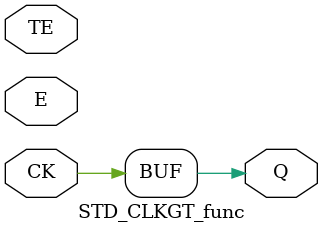
<source format=v>
module STD_CLKGT_func (
  input  wire TE,
  input  wire E,
  input  wire CK,
  output wire Q
);

  assign Q = CK;

endmodule // dummy

</source>
